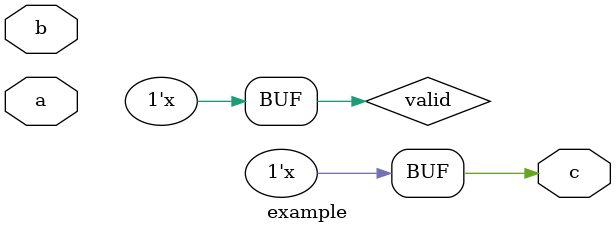
<source format=v>
module example(input a, b, output c);
    reg x_signal;
    assign c = 4'bxxxx;             // Direct X propagation
    assign valid = 1 & 1'bx;        // X propagates due to bitwise AND
    assign result = a & b;          // No X propagation
    assign x = 0 & x_signal;        // No X propagation (0 AND anything = 0)
    assign y = x_signal | 1'bx;     // X propagates due to bitwise OR
endmodule
</source>
